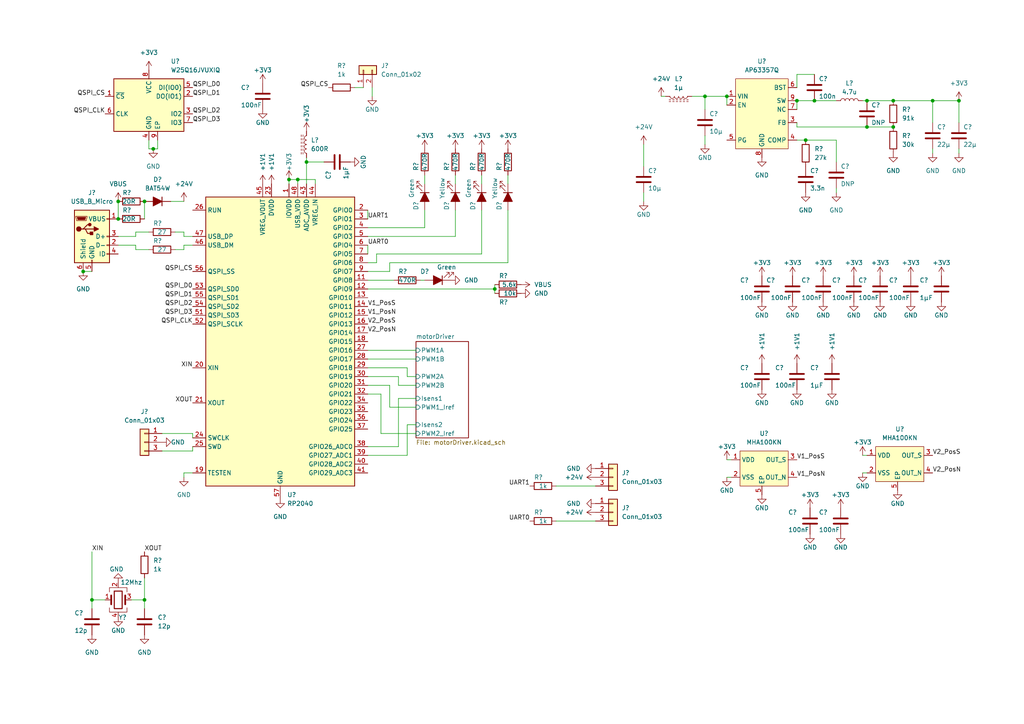
<source format=kicad_sch>
(kicad_sch (version 20211123) (generator eeschema)
  (paper "A4")
  (lib_symbols
    (symbol "Bergi:AP63357Q"
      (property "Reference" "U" (at -6.35 11.43 0))
      (property "Value" "AP63357Q" (at -2.54 8.89 0))
      (symbol "AP63357Q_0_1"
        (rectangle (start -7.62 7.62) (end 7.62 -12.7) (fill (type background)))
      )
      (symbol "AP63357Q_1_1"
        (pin unspecified line (at -10.16 2.54 0) (length 2.54) (name "VIN") (number "1"))
        (pin unspecified line (at -10.16 0 0) (length 2.54) (name "EN") (number "2"))
        (pin unspecified line (at 10.16 -5.08 180) (length 2.54) (name "FB") (number "3"))
        (pin unspecified line (at 10.16 -10.16 180) (length 2.54) (name "COMP") (number "4"))
        (pin unspecified line (at -10.16 -10.16 0) (length 2.54) (name "PG") (number "5"))
        (pin unspecified line (at 10.16 5.08 180) (length 2.54) (name "BST") (number "6"))
        (pin unspecified line (at 10.16 -1.27 180) (length 2.54) (name "NC") (number "7"))
        (pin unspecified line (at 0 -15.24 90) (length 2.54) (name "GND") (number "8"))
        (pin unspecified line (at 10.16 1.27 180) (length 2.54) (name "SW") (number "9"))
      )
    )
    (symbol "Bergi:MHA100KN"
      (property "Reference" "U" (at -5.08 6.35 0))
      (property "Value" "MHA100KN" (at 10.16 -6.35 0))
      (symbol "MHA100KN_0_1"
        (rectangle (start -6.35 5.08) (end 7.62 -5.08) (fill (type background)))
      )
      (symbol "MHA100KN_1_1"
        (pin unspecified line (at -8.89 2.54 0) (length 2.54) (name "VDD") (number "1"))
        (pin unspecified line (at -8.89 -2.54 0) (length 2.54) (name "VSS") (number "2"))
        (pin unspecified line (at 10.16 2.54 180) (length 2.54) (name "OUT_S") (number "3"))
        (pin unspecified line (at 10.16 -2.54 180) (length 2.54) (name "OUT_N") (number "4"))
        (pin unspecified line (at 0 -7.62 90) (length 2.54) (name "EP") (number "5"))
      )
    )
    (symbol "Bergi:W25Q16JVUXIQ"
      (property "Reference" "U" (at -8.89 8.89 0))
      (property "Value" "W25Q16JVUXIQ" (at 7.62 8.89 0))
      (symbol "W25Q16JVUXIQ_0_1"
        (rectangle (start -10.16 7.62) (end 10.16 -7.62) (stroke (width 0.254)) (fill (type background)))
      )
      (symbol "W25Q16JVUXIQ_1_1"
        (pin input line (at -12.7 2.54 0) (length 2.54) (name "~{CS}") (number "1"))
        (pin bidirectional line (at 12.7 2.54 180) (length 2.54) (name "DO(IO1)") (number "2"))
        (pin bidirectional line (at 12.7 -2.54 180) (length 2.54) (name "IO2") (number "3"))
        (pin power_in line (at 0 -10.16 90) (length 2.54) (name "GND") (number "4"))
        (pin bidirectional line (at 12.7 5.08 180) (length 2.54) (name "DI(IO0)") (number "5"))
        (pin input line (at -12.7 -2.54 0) (length 2.54) (name "CLK") (number "6"))
        (pin bidirectional line (at 12.7 -5.08 180) (length 2.54) (name "IO3") (number "7"))
        (pin power_in line (at 0 10.16 270) (length 2.54) (name "VCC") (number "8"))
        (pin passive line (at 2.54 -10.16 90) (length 2.54) (name "EP") (number "9"))
      )
    )
    (symbol "Connector:USB_B_Micro" (pin_names (offset 1.016))
      (property "Reference" "J" (at -5.08 11.43 0))
      (property "Value" "USB_B_Micro" (at -5.08 8.89 0))
      (symbol "USB_B_Micro_0_1"
        (rectangle (start -5.08 -7.62) (end 5.08 7.62) (stroke (width 0.254)) (fill (type background)))
        (circle (center -3.81 2.159) (radius 0.635) (stroke (width 0.254)) (fill (type outline)))
        (circle (center -0.635 3.429) (radius 0.381) (stroke (width 0.254)) (fill (type outline)))
        (rectangle (start -0.127 -7.62) (end 0.127 -6.858))
        (polyline (pts (xy -1.905 2.159) (xy 0.635 2.159)) (stroke (width 0.254)))
        (polyline (pts (xy -3.175 2.159) (xy -2.54 2.159) (xy -1.27 3.429) (xy -0.635 3.429)) (stroke (width 0.254)))
        (polyline (pts (xy -2.54 2.159) (xy -1.905 2.159) (xy -1.27 0.889) (xy 0 0.889)) (stroke (width 0.254)))
        (polyline (pts (xy 0.635 2.794) (xy 0.635 1.524) (xy 1.905 2.159) (xy 0.635 2.794)) (stroke (width 0.254)) (fill (type outline)))
        (polyline (pts (xy -4.318 5.588) (xy -1.778 5.588) (xy -2.032 4.826) (xy -4.064 4.826) (xy -4.318 5.588)) (fill (type outline)))
        (polyline (pts (xy -4.699 5.842) (xy -4.699 5.588) (xy -4.445 4.826) (xy -4.445 4.572) (xy -1.651 4.572) (xy -1.651 4.826) (xy -1.397 5.588) (xy -1.397 5.842) (xy -4.699 5.842)))
        (rectangle (start 0.254 1.27) (end -0.508 0.508) (stroke (width 0.254)) (fill (type outline)))
        (rectangle (start 5.08 -5.207) (end 4.318 -4.953))
        (rectangle (start 5.08 -2.667) (end 4.318 -2.413))
        (rectangle (start 5.08 -0.127) (end 4.318 0.127))
        (rectangle (start 5.08 4.953) (end 4.318 5.207))
      )
      (symbol "USB_B_Micro_1_1"
        (pin power_out line (at 7.62 5.08 180) (length 2.54) (name "VBUS") (number "1"))
        (pin bidirectional line (at 7.62 -2.54 180) (length 2.54) (name "D-") (number "2"))
        (pin bidirectional line (at 7.62 0 180) (length 2.54) (name "D+") (number "3"))
        (pin passive line (at 7.62 -5.08 180) (length 2.54) (name "ID") (number "4"))
        (pin power_out line (at 0 -10.16 90) (length 2.54) (name "GND") (number "5"))
        (pin passive line (at -2.54 -10.16 90) (length 2.54) (name "Shield") (number "6"))
      )
    )
    (symbol "Connector_Generic:Conn_01x02" (pin_names (offset 1.016) hide)
      (property "Reference" "J" (at 0 2.54 0))
      (property "Value" "Conn_01x02" (at 0 -5.08 0))
      (symbol "Conn_01x02_1_1"
        (rectangle (start -1.27 -2.413) (end 0 -2.667) (stroke (width 0.1524)))
        (rectangle (start -1.27 0.127) (end 0 -0.127) (stroke (width 0.1524)))
        (rectangle (start -1.27 1.27) (end 1.27 -3.81) (stroke (width 0.254)) (fill (type background)))
        (pin passive line (at -5.08 0 0) (length 3.81) (name "Pin_1") (number "1"))
        (pin passive line (at -5.08 -2.54 0) (length 3.81) (name "Pin_2") (number "2"))
      )
    )
    (symbol "Connector_Generic:Conn_01x03" (pin_names (offset 1.016) hide)
      (property "Reference" "J" (at 0 5.08 0))
      (property "Value" "Conn_01x03" (at 0 -5.08 0))
      (symbol "Conn_01x03_1_1"
        (rectangle (start -1.27 -2.413) (end 0 -2.667) (stroke (width 0.1524)))
        (rectangle (start -1.27 0.127) (end 0 -0.127) (stroke (width 0.1524)))
        (rectangle (start -1.27 2.667) (end 0 2.413) (stroke (width 0.1524)))
        (rectangle (start -1.27 3.81) (end 1.27 -3.81) (stroke (width 0.254)) (fill (type background)))
        (pin passive line (at -5.08 2.54 0) (length 3.81) (name "Pin_1") (number "1"))
        (pin passive line (at -5.08 0 0) (length 3.81) (name "Pin_2") (number "2"))
        (pin passive line (at -5.08 -2.54 0) (length 3.81) (name "Pin_3") (number "3"))
      )
    )
    (symbol "Device:C" (pin_numbers hide) (pin_names (offset 0.254))
      (property "Reference" "C" (at 0.635 2.54 0))
      (property "Value" "C" (at 0.635 -2.54 0))
      (symbol "C_0_1"
        (polyline (pts (xy -2.032 -0.762) (xy 2.032 -0.762)) (stroke (width 0.508)))
        (polyline (pts (xy -2.032 0.762) (xy 2.032 0.762)) (stroke (width 0.508)))
      )
      (symbol "C_1_1"
        (pin passive line (at 0 3.81 270) (length 2.794) (name "~") (number "1"))
        (pin passive line (at 0 -3.81 90) (length 2.794) (name "~") (number "2"))
      )
    )
    (symbol "Device:Crystal_GND24" (pin_names (offset 1.016) hide)
      (property "Reference" "Y" (at 3.175 5.08 0))
      (property "Value" "Crystal_GND24" (at 3.175 3.175 0))
      (symbol "Crystal_GND24_0_1"
        (rectangle (start -1.143 2.54) (end 1.143 -2.54) (stroke (width 0.3048)))
        (polyline (pts (xy -2.54 0) (xy -2.032 0)))
        (polyline (pts (xy -2.032 -1.27) (xy -2.032 1.27)) (stroke (width 0.508)))
        (polyline (pts (xy 0 -3.81) (xy 0 -3.556)))
        (polyline (pts (xy 0 3.556) (xy 0 3.81)))
        (polyline (pts (xy 2.032 -1.27) (xy 2.032 1.27)) (stroke (width 0.508)))
        (polyline (pts (xy 2.032 0) (xy 2.54 0)))
        (polyline (pts (xy -2.54 -2.286) (xy -2.54 -3.556) (xy 2.54 -3.556) (xy 2.54 -2.286)))
        (polyline (pts (xy -2.54 2.286) (xy -2.54 3.556) (xy 2.54 3.556) (xy 2.54 2.286)))
      )
      (symbol "Crystal_GND24_1_1"
        (pin passive line (at -3.81 0 0) (length 1.27) (name "1") (number "1"))
        (pin passive line (at 0 5.08 270) (length 1.27) (name "2") (number "2"))
        (pin passive line (at 3.81 0 180) (length 1.27) (name "3") (number "3"))
        (pin passive line (at 0 -5.08 90) (length 1.27) (name "4") (number "4"))
      )
    )
    (symbol "Device:D_Filled" (pin_numbers hide) (pin_names (offset 1.016) hide)
      (property "Reference" "D" (at 0 2.54 0))
      (property "Value" "D_Filled" (at 0 -2.54 0))
      (symbol "D_Filled_0_1"
        (polyline (pts (xy -1.27 1.27) (xy -1.27 -1.27)) (stroke (width 0.254)))
        (polyline (pts (xy 1.27 0) (xy -1.27 0)))
        (polyline (pts (xy 1.27 1.27) (xy 1.27 -1.27) (xy -1.27 0) (xy 1.27 1.27)) (stroke (width 0.254)) (fill (type outline)))
      )
      (symbol "D_Filled_1_1"
        (pin passive line (at -3.81 0 0) (length 2.54) (name "K") (number "1"))
        (pin passive line (at 3.81 0 180) (length 2.54) (name "A") (number "2"))
      )
    )
    (symbol "Device:L" (pin_numbers hide) (pin_names (offset 1.016) hide)
      (property "Reference" "L" (at -1.27 0 90))
      (property "Value" "L" (at 1.905 0 90))
      (symbol "L_0_1"
        (arc (start 0 -2.54) (mid 0.635 -1.905) (end 0 -1.27))
        (arc (start 0 -1.27) (mid 0.635 -0.635) (end 0 0))
        (arc (start 0 0) (mid 0.635 0.635) (end 0 1.27))
        (arc (start 0 1.27) (mid 0.635 1.905) (end 0 2.54))
      )
      (symbol "L_1_1"
        (pin passive line (at 0 3.81 270) (length 1.27) (name "1") (number "1"))
        (pin passive line (at 0 -3.81 90) (length 1.27) (name "2") (number "2"))
      )
    )
    (symbol "Device:LED_Filled" (pin_numbers hide) (pin_names (offset 1.016) hide)
      (property "Reference" "D" (at 0 2.54 0))
      (property "Value" "LED_Filled" (at 0 -2.54 0))
      (symbol "LED_Filled_0_1"
        (polyline (pts (xy -1.27 -1.27) (xy -1.27 1.27)) (stroke (width 0.254)))
        (polyline (pts (xy -1.27 0) (xy 1.27 0)))
        (polyline (pts (xy 1.27 -1.27) (xy 1.27 1.27) (xy -1.27 0) (xy 1.27 -1.27)) (stroke (width 0.254)) (fill (type outline)))
        (polyline (pts (xy -3.048 -0.762) (xy -4.572 -2.286) (xy -3.81 -2.286) (xy -4.572 -2.286) (xy -4.572 -1.524)))
        (polyline (pts (xy -1.778 -0.762) (xy -3.302 -2.286) (xy -2.54 -2.286) (xy -3.302 -2.286) (xy -3.302 -1.524)))
      )
      (symbol "LED_Filled_1_1"
        (pin passive line (at -3.81 0 0) (length 2.54) (name "K") (number "1"))
        (pin passive line (at 3.81 0 180) (length 2.54) (name "A") (number "2"))
      )
    )
    (symbol "Device:L_Ferrite" (pin_numbers hide) (pin_names (offset 1.016) hide)
      (property "Reference" "L" (at -1.27 0 90))
      (property "Value" "L_Ferrite" (at 2.794 0 90))
      (symbol "L_Ferrite_0_1"
        (arc (start 0 -2.54) (mid 0.635 -1.905) (end 0 -1.27))
        (arc (start 0 -1.27) (mid 0.635 -0.635) (end 0 0))
        (polyline (pts (xy 1.016 -2.794) (xy 1.016 -2.286)))
        (polyline (pts (xy 1.016 -1.778) (xy 1.016 -1.27)))
        (polyline (pts (xy 1.016 -0.762) (xy 1.016 -0.254)))
        (polyline (pts (xy 1.016 0.254) (xy 1.016 0.762)))
        (polyline (pts (xy 1.016 1.27) (xy 1.016 1.778)))
        (polyline (pts (xy 1.016 2.286) (xy 1.016 2.794)))
        (polyline (pts (xy 1.524 -2.286) (xy 1.524 -2.794)))
        (polyline (pts (xy 1.524 -1.27) (xy 1.524 -1.778)))
        (polyline (pts (xy 1.524 -0.254) (xy 1.524 -0.762)))
        (polyline (pts (xy 1.524 0.762) (xy 1.524 0.254)))
        (polyline (pts (xy 1.524 1.778) (xy 1.524 1.27)))
        (polyline (pts (xy 1.524 2.794) (xy 1.524 2.286)))
        (arc (start 0 0) (mid 0.635 0.635) (end 0 1.27))
        (arc (start 0 1.27) (mid 0.635 1.905) (end 0 2.54))
      )
      (symbol "L_Ferrite_1_1"
        (pin passive line (at 0 3.81 270) (length 1.27) (name "1") (number "1"))
        (pin passive line (at 0 -3.81 90) (length 1.27) (name "2") (number "2"))
      )
    )
    (symbol "Device:R" (pin_numbers hide) (pin_names (offset 0))
      (property "Reference" "R" (at 2.032 0 90))
      (property "Value" "R" (at 0 0 90))
      (symbol "R_0_1"
        (rectangle (start -1.016 -2.54) (end 1.016 2.54) (stroke (width 0.254)))
      )
      (symbol "R_1_1"
        (pin passive line (at 0 3.81 270) (length 1.27) (name "~") (number "1"))
        (pin passive line (at 0 -3.81 90) (length 1.27) (name "~") (number "2"))
      )
    )
    (symbol "MCU_RaspberryPi:RP2040"
      (property "Reference" "U" (at 17.78 45.72 0))
      (property "Value" "RP2040" (at 17.78 43.18 0))
      (symbol "RP2040_0_1"
        (rectangle (start -21.59 41.91) (end 21.59 -41.91) (stroke (width 0.254)) (fill (type background)))
      )
      (symbol "RP2040_1_1"
        (pin power_in line (at 2.54 45.72 270) (length 3.81) (name "IOVDD") (number "1"))
        (pin passive line (at 2.54 45.72 270) (length 3.81) hide (name "IOVDD") (number "10"))
        (pin bidirectional line (at 25.4 17.78 180) (length 3.81) (name "GPIO8") (number "11"))
        (pin bidirectional line (at 25.4 15.24 180) (length 3.81) (name "GPIO9") (number "12"))
        (pin bidirectional line (at 25.4 12.7 180) (length 3.81) (name "GPIO10") (number "13"))
        (pin bidirectional line (at 25.4 10.16 180) (length 3.81) (name "GPIO11") (number "14"))
        (pin bidirectional line (at 25.4 7.62 180) (length 3.81) (name "GPIO12") (number "15"))
        (pin bidirectional line (at 25.4 5.08 180) (length 3.81) (name "GPIO13") (number "16"))
        (pin bidirectional line (at 25.4 2.54 180) (length 3.81) (name "GPIO14") (number "17"))
        (pin bidirectional line (at 25.4 0 180) (length 3.81) (name "GPIO15") (number "18"))
        (pin input line (at -25.4 -38.1 0) (length 3.81) (name "TESTEN") (number "19"))
        (pin bidirectional line (at 25.4 38.1 180) (length 3.81) (name "GPIO0") (number "2"))
        (pin input line (at -25.4 -7.62 0) (length 3.81) (name "XIN") (number "20"))
        (pin passive line (at -25.4 -17.78 0) (length 3.81) (name "XOUT") (number "21"))
        (pin passive line (at 2.54 45.72 270) (length 3.81) hide (name "IOVDD") (number "22"))
        (pin power_in line (at -2.54 45.72 270) (length 3.81) (name "DVDD") (number "23"))
        (pin output line (at -25.4 -27.94 0) (length 3.81) (name "SWCLK") (number "24"))
        (pin bidirectional line (at -25.4 -30.48 0) (length 3.81) (name "SWD") (number "25"))
        (pin input line (at -25.4 38.1 0) (length 3.81) (name "RUN") (number "26"))
        (pin bidirectional line (at 25.4 -2.54 180) (length 3.81) (name "GPIO16") (number "27"))
        (pin bidirectional line (at 25.4 -5.08 180) (length 3.81) (name "GPIO17") (number "28"))
        (pin bidirectional line (at 25.4 -7.62 180) (length 3.81) (name "GPIO18") (number "29"))
        (pin bidirectional line (at 25.4 35.56 180) (length 3.81) (name "GPIO1") (number "3"))
        (pin bidirectional line (at 25.4 -10.16 180) (length 3.81) (name "GPIO19") (number "30"))
        (pin bidirectional line (at 25.4 -12.7 180) (length 3.81) (name "GPIO20") (number "31"))
        (pin bidirectional line (at 25.4 -15.24 180) (length 3.81) (name "GPIO21") (number "32"))
        (pin passive line (at 2.54 45.72 270) (length 3.81) hide (name "IOVDD") (number "33"))
        (pin bidirectional line (at 25.4 -17.78 180) (length 3.81) (name "GPIO22") (number "34"))
        (pin bidirectional line (at 25.4 -20.32 180) (length 3.81) (name "GPIO23") (number "35"))
        (pin bidirectional line (at 25.4 -22.86 180) (length 3.81) (name "GPIO24") (number "36"))
        (pin bidirectional line (at 25.4 -25.4 180) (length 3.81) (name "GPIO25") (number "37"))
        (pin bidirectional line (at 25.4 -30.48 180) (length 3.81) (name "GPIO26_ADC0") (number "38"))
        (pin bidirectional line (at 25.4 -33.02 180) (length 3.81) (name "GPIO27_ADC1") (number "39"))
        (pin bidirectional line (at 25.4 33.02 180) (length 3.81) (name "GPIO2") (number "4"))
        (pin bidirectional line (at 25.4 -35.56 180) (length 3.81) (name "GPIO28_ADC2") (number "40"))
        (pin bidirectional line (at 25.4 -38.1 180) (length 3.81) (name "GPIO29_ADC3") (number "41"))
        (pin passive line (at 2.54 45.72 270) (length 3.81) hide (name "IOVDD") (number "42"))
        (pin power_in line (at 7.62 45.72 270) (length 3.81) (name "ADC_AVDD") (number "43"))
        (pin power_in line (at 10.16 45.72 270) (length 3.81) (name "VREG_IN") (number "44"))
        (pin power_out line (at -5.08 45.72 270) (length 3.81) (name "VREG_VOUT") (number "45"))
        (pin bidirectional line (at -25.4 27.94 0) (length 3.81) (name "USB_DM") (number "46"))
        (pin bidirectional line (at -25.4 30.48 0) (length 3.81) (name "USB_DP") (number "47"))
        (pin power_in line (at 5.08 45.72 270) (length 3.81) (name "USB_VDD") (number "48"))
        (pin passive line (at 2.54 45.72 270) (length 3.81) hide (name "IOVDD") (number "49"))
        (pin bidirectional line (at 25.4 30.48 180) (length 3.81) (name "GPIO3") (number "5"))
        (pin passive line (at -2.54 45.72 270) (length 3.81) hide (name "DVDD") (number "50"))
        (pin bidirectional line (at -25.4 7.62 0) (length 3.81) (name "QSPI_SD3") (number "51"))
        (pin output line (at -25.4 5.08 0) (length 3.81) (name "QSPI_SCLK") (number "52"))
        (pin bidirectional line (at -25.4 15.24 0) (length 3.81) (name "QSPI_SD0") (number "53"))
        (pin bidirectional line (at -25.4 10.16 0) (length 3.81) (name "QSPI_SD2") (number "54"))
        (pin bidirectional line (at -25.4 12.7 0) (length 3.81) (name "QSPI_SD1") (number "55"))
        (pin bidirectional line (at -25.4 20.32 0) (length 3.81) (name "QSPI_SS") (number "56"))
        (pin power_in line (at 0 -45.72 90) (length 3.81) (name "GND") (number "57"))
        (pin bidirectional line (at 25.4 27.94 180) (length 3.81) (name "GPIO4") (number "6"))
        (pin bidirectional line (at 25.4 25.4 180) (length 3.81) (name "GPIO5") (number "7"))
        (pin bidirectional line (at 25.4 22.86 180) (length 3.81) (name "GPIO6") (number "8"))
        (pin bidirectional line (at 25.4 20.32 180) (length 3.81) (name "GPIO7") (number "9"))
      )
    )
    (symbol "power:+1V1" (power) (pin_names (offset 0))
      (property "Value" "+1V1" (at 0 3.556 0))
      (symbol "+1V1_0_1"
        (polyline (pts (xy -0.762 1.27) (xy 0 2.54)))
        (polyline (pts (xy 0 0) (xy 0 2.54)))
        (polyline (pts (xy 0 2.54) (xy 0.762 1.27)))
      )
      (symbol "+1V1_1_1"
        (pin power_in line (at 0 0 90) (length 0) hide (name "+1V1") (number "1"))
      )
    )
    (symbol "power:+24V" (power) (pin_names (offset 0))
      (property "Value" "+24V" (at 0 3.556 0))
      (symbol "+24V_0_1"
        (polyline (pts (xy -0.762 1.27) (xy 0 2.54)))
        (polyline (pts (xy 0 0) (xy 0 2.54)))
        (polyline (pts (xy 0 2.54) (xy 0.762 1.27)))
      )
      (symbol "+24V_1_1"
        (pin power_in line (at 0 0 90) (length 0) hide (name "+24V") (number "1"))
      )
    )
    (symbol "power:+3V3" (power) (pin_names (offset 0))
      (property "Value" "+3V3" (at 0 3.556 0))
      (symbol "+3V3_0_1"
        (polyline (pts (xy -0.762 1.27) (xy 0 2.54)))
        (polyline (pts (xy 0 0) (xy 0 2.54)))
        (polyline (pts (xy 0 2.54) (xy 0.762 1.27)))
      )
      (symbol "+3V3_1_1"
        (pin power_in line (at 0 0 90) (length 0) hide (name "+3V3") (number "1"))
      )
    )
    (symbol "power:GND" (power) (pin_names (offset 0))
      (property "Value" "GND" (at 0 -3.81 0))
      (symbol "GND_0_1"
        (polyline (pts (xy 0 0) (xy 0 -1.27) (xy 1.27 -1.27) (xy 0 -2.54) (xy -1.27 -1.27) (xy 0 -1.27)))
      )
      (symbol "GND_1_1"
        (pin power_in line (at 0 0 270) (length 0) hide (name "GND") (number "1"))
      )
    )
    (symbol "power:VBUS" (power) (pin_names (offset 0))
      (property "Value" "VBUS" (at 0 3.81 0))
      (symbol "VBUS_0_1"
        (polyline (pts (xy -0.762 1.27) (xy 0 2.54)))
        (polyline (pts (xy 0 0) (xy 0 2.54)))
        (polyline (pts (xy 0 2.54) (xy 0.762 1.27)))
      )
      (symbol "VBUS_1_1"
        (pin power_in line (at 0 0 90) (length 0) hide (name "VBUS") (number "1"))
      )
    )
  )
  (junction (at 24.13 78.74))
  (junction (at 204.47 27.94))
  (junction (at 88.9 46.99))
  (junction (at 210.82 27.94))
  (junction (at 41.91 58.42))
  (junction (at 236.22 29.21))
  (junction (at 26.67 173.99))
  (junction (at 41.91 173.99))
  (junction (at 34.29 63.5))
  (junction (at 86.36 52.07))
  (junction (at 233.68 40.64))
  (junction (at 259.08 36.83))
  (junction (at 34.29 58.42))
  (junction (at 231.14 29.21))
  (junction (at 251.46 29.21))
  (junction (at 143.51 83.82))
  (junction (at 278.13 29.21))
  (junction (at 259.08 29.21))
  (junction (at 83.82 52.07))
  (junction (at 44.45 43.18))
  (junction (at 270.51 29.21))
  (junction (at 251.46 36.83))
  (wire (pts (xy 88.9 46.99) (xy 93.98 46.99)))
  (wire (pts (xy 115.57 111.76) (xy 115.57 109.22)))
  (wire (pts (xy 118.11 132.08) (xy 118.11 123.19)))
  (wire (pts (xy 88.9 45.72) (xy 88.9 46.99)))
  (wire (pts (xy 278.13 44.45) (xy 278.13 43.18)))
  (wire (pts (xy 123.19 50.8) (xy 123.19 53.34)))
  (wire (pts (xy 120.65 118.11) (xy 113.03 118.11)))
  (wire (pts (xy 46.99 130.81) (xy 55.88 130.81)))
  (wire (pts (xy 86.36 52.07) (xy 91.44 52.07)))
  (wire (pts (xy 231.14 36.83) (xy 251.46 36.83)))
  (wire (pts (xy 118.11 132.08) (xy 106.68 132.08)))
  (wire (pts (xy 53.34 137.16) (xy 55.88 137.16)))
  (wire (pts (xy 41.91 58.42) (xy 41.91 63.5)))
  (wire (pts (xy 143.51 83.82) (xy 143.51 85.09)))
  (wire (pts (xy 204.47 27.94) (xy 210.82 27.94)))
  (wire (pts (xy 132.08 68.58) (xy 106.68 68.58)))
  (wire (pts (xy 161.29 140.97) (xy 172.72 140.97)))
  (wire (pts (xy 106.68 71.12) (xy 106.68 73.66)))
  (wire (pts (xy 250.19 132.08) (xy 251.46 132.08)))
  (wire (pts (xy 55.88 125.73) (xy 46.99 125.73)))
  (wire (pts (xy 204.47 41.91) (xy 204.47 39.37)))
  (wire (pts (xy 106.68 78.74) (xy 113.03 78.74)))
  (wire (pts (xy 106.68 129.54) (xy 115.57 129.54)))
  (wire (pts (xy 115.57 109.22) (xy 106.68 109.22)))
  (wire (pts (xy 110.49 125.73) (xy 110.49 114.3)))
  (wire (pts (xy 132.08 60.96) (xy 132.08 68.58)))
  (wire (pts (xy 113.03 78.74) (xy 113.03 76.2)))
  (wire (pts (xy 43.18 67.31) (xy 39.37 67.31)))
  (wire (pts (xy 161.29 151.13) (xy 172.72 151.13)))
  (wire (pts (xy 53.34 67.31) (xy 50.8 67.31)))
  (wire (pts (xy 34.29 71.12) (xy 39.37 71.12)))
  (wire (pts (xy 242.57 55.88) (xy 242.57 54.61)))
  (wire (pts (xy 250.19 137.16) (xy 251.46 137.16)))
  (wire (pts (xy 123.19 60.96) (xy 123.19 66.04)))
  (wire (pts (xy 44.45 43.18) (xy 45.72 43.18)))
  (wire (pts (xy 270.51 29.21) (xy 270.51 35.56)))
  (wire (pts (xy 55.88 127) (xy 55.88 125.73)))
  (wire (pts (xy 250.19 29.21) (xy 251.46 29.21)))
  (wire (pts (xy 39.37 68.58) (xy 34.29 68.58)))
  (wire (pts (xy 38.1 173.99) (xy 41.91 173.99)))
  (wire (pts (xy 251.46 36.83) (xy 259.08 36.83)))
  (wire (pts (xy 106.68 101.6) (xy 120.65 101.6)))
  (wire (pts (xy 233.68 40.64) (xy 231.14 40.64)))
  (wire (pts (xy 53.34 68.58) (xy 53.34 67.31)))
  (wire (pts (xy 270.51 44.45) (xy 270.51 43.18)))
  (wire (pts (xy 113.03 111.76) (xy 106.68 111.76)))
  (wire (pts (xy 120.65 109.22) (xy 118.11 109.22)))
  (wire (pts (xy 26.67 176.53) (xy 26.67 173.99)))
  (wire (pts (xy 106.68 83.82) (xy 143.51 83.82)))
  (wire (pts (xy 231.14 21.59) (xy 236.22 21.59)))
  (wire (pts (xy 118.11 123.19) (xy 120.65 123.19)))
  (wire (pts (xy 50.8 72.39) (xy 53.34 72.39)))
  (wire (pts (xy 106.68 60.96) (xy 106.68 63.5)))
  (wire (pts (xy 43.18 40.64) (xy 43.18 43.18)))
  (wire (pts (xy 210.82 133.35) (xy 212.09 133.35)))
  (wire (pts (xy 123.19 66.04) (xy 106.68 66.04)))
  (wire (pts (xy 107.95 25.4) (xy 107.95 27.94)))
  (wire (pts (xy 200.66 27.94) (xy 204.47 27.94)))
  (wire (pts (xy 278.13 29.21) (xy 270.51 29.21)))
  (wire (pts (xy 139.7 73.66) (xy 109.22 73.66)))
  (wire (pts (xy 109.22 76.2) (xy 106.68 76.2)))
  (wire (pts (xy 26.67 160.02) (xy 26.67 173.99)))
  (wire (pts (xy 231.14 29.21) (xy 236.22 29.21)))
  (wire (pts (xy 143.51 82.55) (xy 143.51 83.82)))
  (wire (pts (xy 55.88 68.58) (xy 53.34 68.58)))
  (wire (pts (xy 39.37 67.31) (xy 39.37 68.58)))
  (wire (pts (xy 91.44 52.07) (xy 91.44 53.34)))
  (wire (pts (xy 49.53 58.42) (xy 53.34 58.42)))
  (wire (pts (xy 132.08 50.8) (xy 132.08 53.34)))
  (wire (pts (xy 43.18 43.18) (xy 44.45 43.18)))
  (wire (pts (xy 115.57 129.54) (xy 115.57 115.57)))
  (wire (pts (xy 204.47 31.75) (xy 204.47 27.94)))
  (wire (pts (xy 41.91 167.64) (xy 41.91 173.99)))
  (wire (pts (xy 115.57 115.57) (xy 120.65 115.57)))
  (wire (pts (xy 106.68 104.14) (xy 120.65 104.14)))
  (wire (pts (xy 139.7 60.96) (xy 139.7 73.66)))
  (wire (pts (xy 118.11 109.22) (xy 118.11 106.68)))
  (wire (pts (xy 120.65 125.73) (xy 110.49 125.73)))
  (wire (pts (xy 186.69 58.42) (xy 186.69 55.88)))
  (wire (pts (xy 55.88 130.81) (xy 55.88 129.54)))
  (wire (pts (xy 45.72 43.18) (xy 45.72 40.64)))
  (wire (pts (xy 120.65 111.76) (xy 115.57 111.76)))
  (wire (pts (xy 118.11 106.68) (xy 106.68 106.68)))
  (wire (pts (xy 113.03 118.11) (xy 113.03 111.76)))
  (wire (pts (xy 113.03 76.2) (xy 147.32 76.2)))
  (wire (pts (xy 231.14 25.4) (xy 231.14 21.59)))
  (wire (pts (xy 186.69 41.91) (xy 186.69 48.26)))
  (wire (pts (xy 39.37 72.39) (xy 43.18 72.39)))
  (wire (pts (xy 242.57 46.99) (xy 242.57 40.64)))
  (wire (pts (xy 139.7 50.8) (xy 139.7 53.34)))
  (wire (pts (xy 231.14 35.56) (xy 231.14 36.83)))
  (wire (pts (xy 86.36 52.07) (xy 86.36 53.34)))
  (wire (pts (xy 83.82 52.07) (xy 86.36 52.07)))
  (wire (pts (xy 102.87 25.4) (xy 105.41 25.4)))
  (wire (pts (xy 41.91 173.99) (xy 41.91 176.53)))
  (wire (pts (xy 278.13 35.56) (xy 278.13 29.21)))
  (wire (pts (xy 53.34 72.39) (xy 53.34 71.12)))
  (wire (pts (xy 147.32 76.2) (xy 147.32 60.96)))
  (wire (pts (xy 83.82 52.07) (xy 83.82 53.34)))
  (wire (pts (xy 39.37 71.12) (xy 39.37 72.39)))
  (wire (pts (xy 106.68 81.28) (xy 114.3 81.28)))
  (wire (pts (xy 210.82 27.94) (xy 210.82 30.48)))
  (wire (pts (xy 121.92 81.28) (xy 123.19 81.28)))
  (wire (pts (xy 53.34 138.43) (xy 53.34 137.16)))
  (wire (pts (xy 26.67 173.99) (xy 30.48 173.99)))
  (wire (pts (xy 24.13 78.74) (xy 26.67 78.74)))
  (wire (pts (xy 109.22 73.66) (xy 109.22 76.2)))
  (wire (pts (xy 191.77 27.94) (xy 193.04 27.94)))
  (wire (pts (xy 34.29 63.5) (xy 34.29 58.42)))
  (wire (pts (xy 231.14 31.75) (xy 231.14 29.21)))
  (wire (pts (xy 147.32 50.8) (xy 147.32 53.34)))
  (wire (pts (xy 251.46 29.21) (xy 259.08 29.21)))
  (wire (pts (xy 210.82 138.43) (xy 212.09 138.43)))
  (wire (pts (xy 236.22 29.21) (xy 242.57 29.21)))
  (wire (pts (xy 242.57 40.64) (xy 233.68 40.64)))
  (wire (pts (xy 106.68 114.3) (xy 110.49 114.3)))
  (wire (pts (xy 53.34 71.12) (xy 55.88 71.12)))
  (wire (pts (xy 88.9 46.99) (xy 88.9 53.34)))
  (wire (pts (xy 259.08 29.21) (xy 270.51 29.21)))
  (label "V2_PosN" (at 270.51 137.16 0))
  (label "V1_PosS" (at 231.14 133.35 0))
  (label "QSPI_D1" (at 55.88 27.94 0))
  (label "UART1" (at 153.67 140.97 180))
  (label "QSPI_D0" (at 55.88 25.4 0))
  (label "QSPI_D3" (at 55.88 91.44 180))
  (label "QSPI_D0" (at 55.88 83.82 180))
  (label "QSPI_CS" (at 55.88 78.74 180))
  (label "QSPI_CLK" (at 55.88 93.98 180))
  (label "V2_PosS" (at 270.51 132.08 0))
  (label "V1_PosS" (at 106.68 88.9 0))
  (label "XOUT" (at 41.91 160.02 0))
  (label "QSPI_D3" (at 55.88 35.56 0))
  (label "XIN" (at 26.67 160.02 0))
  (label "XIN" (at 55.88 106.68 180))
  (label "QSPI_CLK" (at 30.48 33.02 180))
  (label "QSPI_CS" (at 30.48 27.94 180))
  (label "QSPI_D1" (at 55.88 86.36 180))
  (label "UART0" (at 106.68 71.12 0))
  (label "QSPI_CS" (at 95.25 25.4 180))
  (label "V1_PosN" (at 106.68 91.44 0))
  (label "V2_PosS" (at 106.68 93.98 0))
  (label "V1_PosN" (at 231.14 138.43 0))
  (label "QSPI_D2" (at 55.88 33.02 0))
  (label "QSPI_D2" (at 55.88 88.9 180))
  (label "UART1" (at 106.68 63.5 0))
  (label "XOUT" (at 55.88 116.84 180))
  (label "V2_PosN" (at 106.68 96.52 0))
  (label "UART0" (at 153.67 151.13 180))
  (symbol (lib_id "Device:L_Ferrite") (at 88.9 41.91 180) (unit 1)
    (property "Reference" "L?" (at 90.17 40.6399 0) (effects (justify right)))
    (property "Value" "600R" (at 90.17 43.1799 0) (effects (justify right)))
  )
  (symbol (lib_id "Device:R") (at 139.7 46.99 180) (unit 1)
    (property "Reference" "R?" (at 137.16 48.26 90))
    (property "Value" "470R" (at 139.7 46.99 90))
    (property "Footprint" "Resistor_SMD:R_0603_1608Metric" (effects hide))
  )
  (symbol (lib_id "Device:C") (at 97.79 46.99 90) (unit 1)
    (property "Reference" "C?" (at 95.25 52.07 0) (effects (justify left)))
    (property "Value" "1µF" (at 100.33 52.07 0) (effects (justify left)))
    (property "Footprint" "Capacitor_SMD:C_0603_1608Metric" (effects hide))
  )
  (symbol (lib_id "power:GND") (at 264.16 87.63 0) (unit 1)
    (property "Reference" "#PWR?" (effects hide))
    (property "Value" "GND" (at 264.16 91.44 0))
  )
  (symbol (lib_id "power:GND") (at 210.82 138.43 0) (unit 1)
    (property "Reference" "#PWR?" (effects hide))
    (property "Value" "GND" (at 210.82 142.24 0))
  )
  (symbol (lib_id "Device:Crystal_GND24") (at 34.29 173.99 0) (unit 1)
    (property "Reference" "Y?" (at 35.56 179.07 0))
    (property "Value" "12Mhz" (at 38.1 168.91 0))
    (property "Footprint" "Crystal:Crystal_SMD_2520-4Pin_2.5x2.0mm" (effects hide))
    (property "HTN" "ECS-120-12-36-AGN-TR3" (effects hide))
  )
  (symbol (lib_id "Device:C") (at 242.57 50.8 180) (unit 1)
    (property "Reference" "C?" (at 243.84 48.26 0) (effects (justify right)))
    (property "Value" "DNP" (at 243.84 53.34 0) (effects (justify right)))
    (property "Footprint" "Capacitor_SMD:C_0603_1608Metric" (effects hide))
  )
  (symbol (lib_id "Bergi:W25Q16JVUXIQ") (at 43.18 30.48 0) (unit 1)
    (property "Reference" "U?" (at 49.53 17.78 0) (effects (justify left)))
    (property "Value" "W25Q16JVUXIQ" (at 49.53 20.32 0) (effects (justify left)))
    (property "Footprint" "Bergi:DFN-8-1EP_3x2mm_P0.5mm_EP0.3x1.6mm" (effects hide))
    (property "Datasheet" "http://www.winbond.com/resource-files/w25q32jv%20revg%2003272018%20plus.pdf" (effects hide))
  )
  (symbol (lib_id "Device:R") (at 46.99 72.39 90) (unit 1)
    (property "Reference" "R?" (at 45.72 69.85 90))
    (property "Value" "27" (at 46.99 72.39 90))
    (property "Footprint" "Resistor_SMD:R_0603_1608Metric" (effects hide))
  )
  (symbol (lib_id "Device:R") (at 157.48 140.97 270) (unit 1)
    (property "Reference" "R?" (at 157.48 138.43 90) (effects (justify right)))
    (property "Value" "1k" (at 158.75 140.97 90) (effects (justify right)))
    (property "Footprint" "Resistor_SMD:R_0603_1608Metric" (effects hide))
  )
  (symbol (lib_id "Connector_Generic:Conn_01x02") (at 105.41 20.32 90) (unit 1)
    (property "Reference" "J?" (at 110.49 19.0499 90) (effects (justify right)))
    (property "Value" "Conn_01x02" (at 110.49 21.5899 90) (effects (justify right)))
    (property "Footprint" "Connector_PinSocket_2.54mm:PinSocket_1x02_P2.54mm_Vertical" (effects hide))
  )
  (symbol (lib_id "Device:C") (at 76.2 27.94 0) (unit 1)
    (property "Reference" "C?" (at 69.85 25.4 0) (effects (justify left)))
    (property "Value" "100nF" (at 69.85 30.48 0) (effects (justify left)))
    (property "Footprint" "Capacitor_SMD:C_0603_1608Metric" (effects hide))
  )
  (symbol (lib_id "Device:LED_Filled") (at 132.08 57.15 270) (unit 1)
    (property "Reference" "D?" (at 129.54 59.69 0))
    (property "Value" "Yellow" (at 128.27 54.61 0))
    (property "Footprint" "LED_SMD:LED_0603_1608Metric" (effects hide))
  )
  (symbol (lib_id "Device:C") (at 229.87 83.82 0) (unit 1)
    (property "Reference" "C?" (at 222.25 81.28 0) (effects (justify left)))
    (property "Value" "100nF" (at 223.52 86.36 0) (effects (justify left)))
    (property "Footprint" "Capacitor_SMD:C_0603_1608Metric" (effects hide))
  )
  (symbol (lib_id "power:GND") (at 76.2 31.75 0) (unit 1)
    (property "Reference" "#PWR?" (effects hide))
    (property "Value" "GND" (at 76.2 35.56 0))
  )
  (symbol (lib_id "power:+24V") (at 191.77 27.94 0) (unit 1)
    (property "Reference" "#PWR?" (effects hide))
    (property "Value" "+24V" (at 191.77 22.86 0))
  )
  (symbol (lib_id "Device:C") (at 251.46 33.02 180) (unit 1)
    (property "Reference" "C?" (at 252.73 30.48 0) (effects (justify right)))
    (property "Value" "DNP" (at 252.73 35.56 0) (effects (justify right)))
    (property "Footprint" "Capacitor_SMD:C_0603_1608Metric" (effects hide))
  )
  (symbol (lib_id "Device:R") (at 41.91 163.83 0) (unit 1)
    (property "Reference" "R?" (at 44.45 162.5599 0) (effects (justify left)))
    (property "Value" "1k" (at 44.45 165.0999 0) (effects (justify left)))
    (property "Footprint" "Resistor_SMD:R_0603_1608Metric" (effects hide))
  )
  (symbol (lib_id "Device:C") (at 243.84 151.13 0) (unit 1)
    (property "Reference" "C?" (at 237.49 148.59 0) (effects (justify left)))
    (property "Value" "100nF" (at 237.49 153.67 0) (effects (justify left)))
    (property "Footprint" "Capacitor_SMD:C_0603_1608Metric" (effects hide))
  )
  (symbol (lib_id "Connector_Generic:Conn_01x03") (at 177.8 138.43 0) (unit 1)
    (property "Reference" "J?" (at 180.34 137.1599 0) (effects (justify left)))
    (property "Value" "Conn_01x03" (at 180.34 139.6999 0) (effects (justify left)))
    (property "Footprint" "Connector_Molex:Molex_KK-254_AE-6410-03A_1x03_P2.54mm_Vertical" (effects hide))
  )
  (symbol (lib_id "Device:R") (at 259.08 33.02 0) (unit 1)
    (property "Reference" "R?" (at 261.62 31.7499 0) (effects (justify left)))
    (property "Value" "91k" (at 261.62 34.2899 0) (effects (justify left)))
    (property "Footprint" "Resistor_SMD:R_0603_1608Metric" (effects hide))
  )
  (symbol (lib_id "Device:R") (at 123.19 46.99 180) (unit 1)
    (property "Reference" "R?" (at 120.65 48.26 90))
    (property "Value" "470R" (at 123.19 46.99 90))
    (property "Footprint" "Resistor_SMD:R_0603_1608Metric" (effects hide))
  )
  (symbol (lib_id "power:+1V1") (at 241.3 105.41 0) (unit 1)
    (property "Reference" "#PWR?" (effects hide))
    (property "Value" "+1V1" (at 241.3 99.06 90))
  )
  (symbol (lib_id "Device:R") (at 38.1 63.5 270) (unit 1)
    (property "Reference" "R?" (at 38.1 60.96 90) (effects (justify right)))
    (property "Value" "20R" (at 39.37 63.5 90) (effects (justify right)))
    (property "Footprint" "Resistor_SMD:R_0603_1608Metric" (effects hide))
  )
  (symbol (lib_id "Device:L_Ferrite") (at 196.85 27.94 270) (unit 1)
    (property "Reference" "L?" (at 196.85 22.86 90))
    (property "Value" "1µ" (at 196.85 25.4 90))
    (property "Footprint" "Inductor_SMD:L_0805_2012Metric" (effects hide))
  )
  (symbol (lib_id "Device:C") (at 264.16 83.82 0) (unit 1)
    (property "Reference" "C?" (at 257.81 81.28 0) (effects (justify left)))
    (property "Value" "100nF" (at 257.81 86.36 0) (effects (justify left)))
    (property "Footprint" "Capacitor_SMD:C_0603_1608Metric" (effects hide))
  )
  (symbol (lib_id "power:GND") (at 107.95 27.94 0) (unit 1)
    (property "Reference" "#PWR?" (effects hide))
    (property "Value" "GND" (at 107.95 31.75 0))
  )
  (symbol (lib_id "power:GND") (at 270.51 44.45 0) (unit 1)
    (property "Reference" "#PWR?" (effects hide))
    (property "Value" "GND" (at 270.51 49.53 0))
  )
  (symbol (lib_id "power:GND") (at 24.13 78.74 0) (unit 1)
    (property "Reference" "#PWR?" (effects hide))
    (property "Value" "GND" (at 24.13 83.82 0))
  )
  (symbol (lib_id "power:+24V") (at 53.34 58.42 0) (unit 1)
    (property "Reference" "#PWR?" (effects hide))
    (property "Value" "+24V" (at 53.34 53.34 0))
  )
  (symbol (lib_id "power:GND") (at 247.65 87.63 0) (unit 1)
    (property "Reference" "#PWR?" (effects hide))
    (property "Value" "GND" (at 247.65 91.44 0))
  )
  (symbol (lib_id "Device:R") (at 38.1 58.42 270) (unit 1)
    (property "Reference" "R?" (at 38.1 55.88 90) (effects (justify right)))
    (property "Value" "20R" (at 39.37 58.42 90) (effects (justify right)))
    (property "Footprint" "Resistor_SMD:R_0603_1608Metric" (effects hide))
  )
  (symbol (lib_id "power:+3V3") (at 123.19 43.18 0) (unit 1)
    (property "Reference" "#PWR?" (effects hide))
    (property "Value" "+3V3" (at 123.19 39.37 0))
  )
  (symbol (lib_id "power:GND") (at 233.68 55.88 0) (unit 1)
    (property "Reference" "#PWR?" (effects hide))
    (property "Value" "GND" (at 233.68 60.96 0))
  )
  (symbol (lib_id "Device:C") (at 233.68 52.07 180) (unit 1)
    (property "Reference" "C?" (at 234.95 49.53 0) (effects (justify right)))
    (property "Value" "3.3n" (at 234.95 54.61 0) (effects (justify right)))
    (property "Footprint" "Capacitor_SMD:C_0603_1608Metric" (effects hide))
  )
  (symbol (lib_id "Device:C") (at 204.47 35.56 180) (unit 1)
    (property "Reference" "C?" (at 205.74 33.02 0) (effects (justify right)))
    (property "Value" "10µ" (at 205.74 38.1 0) (effects (justify right)))
    (property "Footprint" "Capacitor_SMD:C_1210_3225Metric" (effects hide))
  )
  (symbol (lib_id "Device:C") (at 273.05 83.82 0) (unit 1)
    (property "Reference" "C?" (at 266.7 81.28 0) (effects (justify left)))
    (property "Value" "1µF" (at 266.7 86.36 0) (effects (justify left)))
    (property "Footprint" "Capacitor_SMD:C_0603_1608Metric" (effects hide))
  )
  (symbol (lib_id "power:GND") (at 220.98 45.72 0) (unit 1)
    (property "Reference" "#PWR?" (effects hide))
    (property "Value" "GND" (at 220.98 50.8 0))
  )
  (symbol (lib_id "Device:C") (at 234.95 151.13 0) (unit 1)
    (property "Reference" "C?" (at 228.6 148.59 0) (effects (justify left)))
    (property "Value" "100nF" (at 228.6 153.67 0) (effects (justify left)))
    (property "Footprint" "Capacitor_SMD:C_0603_1608Metric" (effects hide))
  )
  (symbol (lib_id "power:GND") (at 241.3 113.03 0) (unit 1)
    (property "Reference" "#PWR?" (effects hide))
    (property "Value" "GND" (at 241.3 116.84 0))
  )
  (symbol (lib_id "power:+3V3") (at 88.9 38.1 0) (unit 1)
    (property "Reference" "#PWR?" (effects hide))
    (property "Value" "+3V3" (at 88.9 33.02 90))
  )
  (symbol (lib_id "Device:R") (at 118.11 81.28 90) (unit 1)
    (property "Reference" "R?" (at 116.84 78.74 90))
    (property "Value" "470R" (at 118.11 81.28 90))
    (property "Footprint" "Resistor_SMD:R_0603_1608Metric" (effects hide))
  )
  (symbol (lib_id "Device:C") (at 236.22 25.4 180) (unit 1)
    (property "Reference" "C?" (at 237.49 22.86 0) (effects (justify right)))
    (property "Value" "100n" (at 237.49 27.94 0) (effects (justify right)))
    (property "Footprint" "Capacitor_SMD:C_0603_1608Metric" (effects hide))
  )
  (symbol (lib_id "power:GND") (at 53.34 138.43 0) (unit 1)
    (property "Reference" "#PWR?" (effects hide))
    (property "Value" "GND" (at 53.34 143.51 0))
  )
  (symbol (lib_id "Device:R") (at 46.99 67.31 90) (unit 1)
    (property "Reference" "R?" (at 45.72 64.77 90))
    (property "Value" "27" (at 46.99 67.31 90))
    (property "Footprint" "Resistor_SMD:R_0603_1608Metric" (effects hide))
  )
  (symbol (lib_id "power:+1V1") (at 76.2 53.34 0) (unit 1)
    (property "Reference" "#PWR?" (effects hide))
    (property "Value" "+1V1" (at 76.2 46.99 90))
  )
  (symbol (lib_id "power:GND") (at 278.13 44.45 0) (unit 1)
    (property "Reference" "#PWR?" (effects hide))
    (property "Value" "GND" (at 278.13 49.53 0))
  )
  (symbol (lib_id "power:GND") (at 260.35 142.24 0) (unit 1)
    (property "Reference" "#PWR?" (effects hide))
    (property "Value" "GND" (at 260.35 146.05 0))
  )
  (symbol (lib_id "Device:C") (at 26.67 180.34 0) (unit 1)
    (property "Reference" "C?" (at 21.59 177.8 0) (effects (justify left)))
    (property "Value" "12p" (at 21.59 182.88 0) (effects (justify left)))
    (property "Footprint" "Capacitor_SMD:C_0603_1608Metric" (effects hide))
  )
  (symbol (lib_id "Device:C") (at 220.98 83.82 0) (unit 1)
    (property "Reference" "C?" (at 214.63 81.28 0) (effects (justify left)))
    (property "Value" "100nF" (at 214.63 86.36 0) (effects (justify left)))
    (property "Footprint" "Capacitor_SMD:C_0603_1608Metric" (effects hide))
  )
  (symbol (lib_id "MCU_RaspberryPi:RP2040") (at 81.28 99.06 0) (unit 1)
    (property "Reference" "U?" (at 83.2994 143.51 0) (effects (justify left)))
    (property "Value" "RP2040" (at 83.2994 146.05 0) (effects (justify left)))
    (property "Footprint" "Package_DFN_QFN:QFN-56-1EP_7x7mm_P0.4mm_EP3.2x3.2mm" (effects hide))
    (property "Datasheet" "https://datasheets.raspberrypi.com/rp2040/rp2040-datasheet.pdf" (effects hide))
  )
  (symbol (lib_id "power:+3V3") (at 238.76 80.01 0) (unit 1)
    (property "Reference" "#PWR?" (effects hide))
    (property "Value" "+3V3" (at 238.76 76.2 0))
  )
  (symbol (lib_id "Device:C") (at 41.91 180.34 0) (unit 1)
    (property "Reference" "C?" (at 45.72 179.0699 0) (effects (justify left)))
    (property "Value" "12p" (at 45.72 181.6099 0) (effects (justify left)))
    (property "Footprint" "Capacitor_SMD:C_0603_1608Metric" (effects hide))
  )
  (symbol (lib_id "power:GND") (at 273.05 87.63 0) (unit 1)
    (property "Reference" "#PWR?" (effects hide))
    (property "Value" "GND" (at 273.05 91.44 0))
  )
  (symbol (lib_id "power:+3V3") (at 220.98 80.01 0) (unit 1)
    (property "Reference" "#PWR?" (effects hide))
    (property "Value" "+3V3" (at 220.98 76.2 0))
  )
  (symbol (lib_id "power:GND") (at 255.27 87.63 0) (unit 1)
    (property "Reference" "#PWR?" (effects hide))
    (property "Value" "GND" (at 255.27 91.44 0))
  )
  (symbol (lib_id "Connector:USB_B_Micro") (at 26.67 68.58 0) (unit 1)
    (property "Reference" "J?" (at 26.67 55.88 0))
    (property "Value" "USB_B_Micro" (at 26.67 58.42 0))
    (property "Footprint" "Connector_USB:USB_Micro-B_GCT_USB3076-30-A" (effects hide))
    (property "HTN" "USB3076-30, USB3075-30" (effects hide))
  )
  (symbol (lib_id "power:+24V") (at 186.69 41.91 0) (unit 1)
    (property "Reference" "#PWR?" (effects hide))
    (property "Value" "+24V" (at 186.69 36.83 0))
  )
  (symbol (lib_id "power:+3V3") (at 43.18 20.32 0) (unit 1)
    (property "Reference" "#PWR?" (effects hide))
    (property "Value" "+3V3" (at 43.18 15.24 0))
  )
  (symbol (lib_id "Device:LED_Filled") (at 147.32 57.15 270) (unit 1)
    (property "Reference" "D?" (at 144.78 59.69 0))
    (property "Value" "Yellow" (at 143.51 54.61 0))
    (property "Footprint" "LED_SMD:LED_0603_1608Metric" (effects hide))
  )
  (symbol (lib_id "power:GND") (at 243.84 154.94 0) (unit 1)
    (property "Reference" "#PWR?" (effects hide))
    (property "Value" "GND" (at 243.84 158.75 0))
  )
  (symbol (lib_id "power:GND") (at 220.98 113.03 0) (unit 1)
    (property "Reference" "#PWR?" (effects hide))
    (property "Value" "GND" (at 220.98 116.84 0))
  )
  (symbol (lib_id "Device:LED_Filled") (at 139.7 57.15 270) (unit 1)
    (property "Reference" "D?" (at 137.16 59.69 0))
    (property "Value" "Green" (at 135.89 54.61 0))
    (property "Footprint" "LED_SMD:LED_0603_1608Metric" (effects hide))
  )
  (symbol (lib_id "power:+3V3") (at 243.84 147.32 0) (unit 1)
    (property "Reference" "#PWR?" (effects hide))
    (property "Value" "+3V3" (at 243.84 143.51 0))
  )
  (symbol (lib_id "power:+1V1") (at 231.14 105.41 0) (unit 1)
    (property "Reference" "#PWR?" (effects hide))
    (property "Value" "+1V1" (at 231.14 99.06 90))
  )
  (symbol (lib_id "power:GND") (at 186.69 58.42 0) (unit 1)
    (property "Reference" "#PWR?" (effects hide))
    (property "Value" "GND" (at 186.69 62.23 0))
  )
  (symbol (lib_id "Device:R") (at 147.32 85.09 90) (unit 1)
    (property "Reference" "R?" (at 144.78 87.63 90) (effects (justify right)))
    (property "Value" "10k" (at 146.05 85.09 90) (effects (justify right)))
    (property "Footprint" "Resistor_SMD:R_0603_1608Metric" (effects hide))
  )
  (symbol (lib_id "Device:R") (at 147.32 46.99 180) (unit 1)
    (property "Reference" "R?" (at 144.78 48.26 90))
    (property "Value" "470R" (at 147.32 46.99 90))
    (property "Footprint" "Resistor_SMD:R_0603_1608Metric" (effects hide))
  )
  (symbol (lib_id "power:GND") (at 34.29 168.91 180) (unit 1)
    (property "Reference" "#PWR?" (effects hide))
    (property "Value" "GND" (at 31.75 165.1 0) (effects (justify right)))
  )
  (symbol (lib_id "power:GND") (at 151.13 85.09 90) (unit 1)
    (property "Reference" "#PWR?" (effects hide))
    (property "Value" "GND" (at 154.94 85.0899 90) (effects (justify right)))
  )
  (symbol (lib_id "power:GND") (at 250.19 137.16 0) (unit 1)
    (property "Reference" "#PWR?" (effects hide))
    (property "Value" "GND" (at 250.19 140.97 0))
  )
  (symbol (lib_id "power:GND") (at 130.81 81.28 90) (unit 1)
    (property "Reference" "#PWR?" (effects hide))
    (property "Value" "GND" (at 134.62 81.2799 90) (effects (justify right)))
  )
  (symbol (lib_id "power:GND") (at 238.76 87.63 0) (unit 1)
    (property "Reference" "#PWR?" (effects hide))
    (property "Value" "GND" (at 238.76 91.44 0))
  )
  (symbol (lib_id "Device:LED_Filled") (at 123.19 57.15 270) (unit 1)
    (property "Reference" "D?" (at 120.65 59.69 0))
    (property "Value" "Green" (at 119.38 54.61 0))
    (property "Footprint" "LED_SMD:LED_0603_1608Metric" (effects hide))
  )
  (symbol (lib_id "Device:C") (at 278.13 39.37 180) (unit 1)
    (property "Reference" "C?" (at 279.4 36.83 0) (effects (justify right)))
    (property "Value" "22µ" (at 279.4 41.91 0) (effects (justify right)))
    (property "Footprint" "Capacitor_SMD:C_1206_3216Metric" (effects hide))
  )
  (symbol (lib_id "Device:R") (at 259.08 40.64 0) (unit 1)
    (property "Reference" "R?" (at 261.62 39.3699 0) (effects (justify left)))
    (property "Value" "30k" (at 261.62 41.9099 0) (effects (justify left)))
    (property "Footprint" "Resistor_SMD:R_0603_1608Metric" (effects hide))
  )
  (symbol (lib_id "power:+3V3") (at 234.95 147.32 0) (unit 1)
    (property "Reference" "#PWR?" (effects hide))
    (property "Value" "+3V3" (at 234.95 143.51 0))
  )
  (symbol (lib_id "power:GND") (at 172.72 146.05 270) (unit 1)
    (property "Reference" "#PWR?" (effects hide))
    (property "Value" "GND" (at 166.37 146.05 90))
  )
  (symbol (lib_id "power:GND") (at 259.08 44.45 0) (unit 1)
    (property "Reference" "#PWR?" (effects hide))
    (property "Value" "GND" (at 259.08 49.53 0))
  )
  (symbol (lib_id "power:+3V3") (at 273.05 80.01 0) (unit 1)
    (property "Reference" "#PWR?" (effects hide))
    (property "Value" "+3V3" (at 273.05 76.2 0))
  )
  (symbol (lib_id "power:GND") (at 81.28 144.78 0) (unit 1)
    (property "Reference" "#PWR?" (effects hide))
    (property "Value" "GND" (at 81.28 149.86 0))
  )
  (symbol (lib_id "Device:C") (at 241.3 109.22 0) (unit 1)
    (property "Reference" "C?" (at 234.95 106.68 0) (effects (justify left)))
    (property "Value" "1µF" (at 234.95 111.76 0) (effects (justify left)))
    (property "Footprint" "Capacitor_SMD:C_0603_1608Metric" (effects hide))
  )
  (symbol (lib_id "Connector_Generic:Conn_01x03") (at 177.8 148.59 0) (unit 1)
    (property "Reference" "J?" (at 180.34 147.3199 0) (effects (justify left)))
    (property "Value" "Conn_01x03" (at 180.34 149.8599 0) (effects (justify left)))
    (property "Footprint" "Connector_Molex:Molex_KK-254_AE-6410-03A_1x03_P2.54mm_Vertical" (effects hide))
  )
  (symbol (lib_id "power:+3V3") (at 229.87 80.01 0) (unit 1)
    (property "Reference" "#PWR?" (effects hide))
    (property "Value" "+3V3" (at 229.87 76.2 0))
  )
  (symbol (lib_id "Device:C") (at 231.14 109.22 0) (unit 1)
    (property "Reference" "C?" (at 224.79 106.68 0) (effects (justify left)))
    (property "Value" "100nF" (at 224.79 111.76 0) (effects (justify left)))
    (property "Footprint" "Capacitor_SMD:C_0603_1608Metric" (effects hide))
  )
  (symbol (lib_id "Device:C") (at 220.98 109.22 0) (unit 1)
    (property "Reference" "C?" (at 214.63 106.68 0) (effects (justify left)))
    (property "Value" "100nF" (at 214.63 111.76 0) (effects (justify left)))
    (property "Footprint" "Capacitor_SMD:C_0603_1608Metric" (effects hide))
  )
  (symbol (lib_id "Device:C") (at 255.27 83.82 0) (unit 1)
    (property "Reference" "C?" (at 248.92 81.28 0) (effects (justify left)))
    (property "Value" "100nF" (at 248.92 86.36 0) (effects (justify left)))
    (property "Footprint" "Capacitor_SMD:C_0603_1608Metric" (effects hide))
  )
  (symbol (lib_id "Device:R") (at 147.32 82.55 270) (unit 1)
    (property "Reference" "R?" (at 147.32 80.01 90) (effects (justify right)))
    (property "Value" "5.6k" (at 149.86 82.55 90) (effects (justify right)))
    (property "Footprint" "Resistor_SMD:R_0603_1608Metric" (effects hide))
  )
  (symbol (lib_id "power:GND") (at 231.14 113.03 0) (unit 1)
    (property "Reference" "#PWR?" (effects hide))
    (property "Value" "GND" (at 231.14 116.84 0))
  )
  (symbol (lib_id "Device:LED_Filled") (at 127 81.28 180) (unit 1)
    (property "Reference" "D?" (at 123.19 78.74 0))
    (property "Value" "Green" (at 129.54 77.47 0))
    (property "Footprint" "LED_SMD:LED_0603_1608Metric" (effects hide))
  )
  (symbol (lib_id "Device:C") (at 270.51 39.37 180) (unit 1)
    (property "Reference" "C?" (at 271.78 36.83 0) (effects (justify right)))
    (property "Value" "22µ" (at 271.78 41.91 0) (effects (justify right)))
    (property "Footprint" "Capacitor_SMD:C_1206_3216Metric" (effects hide))
  )
  (symbol (lib_id "power:GND") (at 34.29 179.07 0) (unit 1)
    (property "Reference" "#PWR?" (effects hide))
    (property "Value" "GND" (at 34.29 182.88 0))
  )
  (symbol (lib_id "Bergi:AP63357Q") (at 220.98 30.48 0) (unit 1)
    (property "Reference" "U?" (at 220.98 17.78 0))
    (property "Value" "AP63357Q" (at 220.98 20.32 0))
    (property "Footprint" "Bergi:V-DFN3020-13" (effects hide))
  )
  (symbol (lib_id "power:GND") (at 204.47 41.91 0) (unit 1)
    (property "Reference" "#PWR?" (effects hide))
    (property "Value" "GND" (at 204.47 45.72 0))
  )
  (symbol (lib_id "power:+1V1") (at 220.98 105.41 0) (unit 1)
    (property "Reference" "#PWR?" (effects hide))
    (property "Value" "+1V1" (at 220.98 99.06 90))
  )
  (symbol (lib_id "power:+3V3") (at 264.16 80.01 0) (unit 1)
    (property "Reference" "#PWR?" (effects hide))
    (property "Value" "+3V3" (at 264.16 76.2 0))
  )
  (symbol (lib_id "power:+1V1") (at 78.74 53.34 0) (unit 1)
    (property "Reference" "#PWR?" (effects hide))
    (property "Value" "+1V1" (at 78.74 46.99 90))
  )
  (symbol (lib_id "power:GND") (at 44.45 43.18 0) (unit 1)
    (property "Reference" "#PWR?" (effects hide))
    (property "Value" "GND" (at 44.45 48.26 0))
  )
  (symbol (lib_id "power:+3V3") (at 250.19 132.08 0) (unit 1)
    (property "Reference" "#PWR?" (effects hide))
    (property "Value" "+3V3" (at 250.19 128.27 0))
  )
  (symbol (lib_id "power:VBUS") (at 34.29 58.42 0) (unit 1)
    (property "Reference" "#PWR?" (effects hide))
    (property "Value" "VBUS" (at 34.29 53.34 0))
  )
  (symbol (lib_id "power:GND") (at 46.99 128.27 90) (unit 1)
    (property "Reference" "#PWR?" (effects hide))
    (property "Value" "GND" (at 49.53 128.27 90) (effects (justify right)))
  )
  (symbol (lib_id "power:+3V3") (at 210.82 133.35 0) (unit 1)
    (property "Reference" "#PWR?" (effects hide))
    (property "Value" "+3V3" (at 210.82 129.54 0))
  )
  (symbol (lib_id "Device:R") (at 99.06 25.4 90) (unit 1)
    (property "Reference" "R?" (at 99.06 19.05 90))
    (property "Value" "1k" (at 99.06 21.59 90))
    (property "Footprint" "Resistor_SMD:R_0603_1608Metric" (effects hide))
  )
  (symbol (lib_id "Device:C") (at 186.69 52.07 180) (unit 1)
    (property "Reference" "C?" (at 187.96 49.53 0) (effects (justify right)))
    (property "Value" "10µ" (at 187.96 54.61 0) (effects (justify right)))
    (property "Footprint" "Capacitor_SMD:C_1210_3225Metric" (effects hide))
  )
  (symbol (lib_id "Connector_Generic:Conn_01x03") (at 41.91 128.27 0) (mirror y) (unit 1)
    (property "Reference" "J?" (at 41.91 119.38 0))
    (property "Value" "Conn_01x03" (at 41.91 121.92 0))
    (property "Footprint" "Connector_PinHeader_2.54mm:PinHeader_1x03_P2.54mm_Vertical" (effects hide))
  )
  (symbol (lib_id "power:GND") (at 220.98 143.51 0) (unit 1)
    (property "Reference" "#PWR?" (effects hide))
    (property "Value" "GND" (at 220.98 147.32 0))
  )
  (symbol (lib_id "power:GND") (at 220.98 87.63 0) (unit 1)
    (property "Reference" "#PWR?" (effects hide))
    (property "Value" "GND" (at 220.98 91.44 0))
  )
  (symbol (lib_id "power:GND") (at 234.95 154.94 0) (unit 1)
    (property "Reference" "#PWR?" (effects hide))
    (property "Value" "GND" (at 234.95 158.75 0))
  )
  (symbol (lib_id "power:+24V") (at 172.72 138.43 90) (unit 1)
    (property "Reference" "#PWR?" (effects hide))
    (property "Value" "+24V" (at 163.83 138.43 90) (effects (justify right)))
  )
  (symbol (lib_id "Device:C") (at 238.76 83.82 0) (unit 1)
    (property "Reference" "C?" (at 232.41 81.28 0) (effects (justify left)))
    (property "Value" "100nF" (at 232.41 86.36 0) (effects (justify left)))
    (property "Footprint" "Capacitor_SMD:C_0603_1608Metric" (effects hide))
  )
  (symbol (lib_id "power:GND") (at 229.87 87.63 0) (unit 1)
    (property "Reference" "#PWR?" (effects hide))
    (property "Value" "GND" (at 229.87 91.44 0))
  )
  (symbol (lib_id "power:+3V3") (at 83.82 52.07 0) (unit 1)
    (property "Reference" "#PWR?" (effects hide))
    (property "Value" "+3V3" (at 83.82 46.99 90))
  )
  (symbol (lib_id "power:+3V3") (at 132.08 43.18 0) (unit 1)
    (property "Reference" "#PWR?" (effects hide))
    (property "Value" "+3V3" (at 132.08 39.37 0))
  )
  (symbol (lib_id "Device:D_Filled") (at 45.72 58.42 180) (unit 1)
    (property "Reference" "D?" (at 45.72 52.07 0))
    (property "Value" "BAT54W" (at 45.72 54.61 0))
    (property "Footprint" "Diode_SMD:D_SOD-323" (effects hide))
  )
  (symbol (lib_id "power:+3V3") (at 147.32 43.18 0) (unit 1)
    (property "Reference" "#PWR?" (effects hide))
    (property "Value" "+3V3" (at 147.32 39.37 0))
  )
  (symbol (lib_id "power:GND") (at 41.91 184.15 0) (unit 1)
    (property "Reference" "#PWR?" (effects hide))
    (property "Value" "GND" (at 41.91 189.23 0))
  )
  (symbol (lib_id "power:GND") (at 26.67 184.15 0) (unit 1)
    (property "Reference" "#PWR?" (effects hide))
    (property "Value" "GND" (at 26.67 189.23 0))
  )
  (symbol (lib_id "power:+3V3") (at 139.7 43.18 0) (unit 1)
    (property "Reference" "#PWR?" (effects hide))
    (property "Value" "+3V3" (at 139.7 39.37 0))
  )
  (symbol (lib_id "power:GND") (at 242.57 55.88 0) (unit 1)
    (property "Reference" "#PWR?" (effects hide))
    (property "Value" "GND" (at 242.57 60.96 0))
  )
  (symbol (lib_id "Device:R") (at 233.68 44.45 0) (unit 1)
    (property "Reference" "R?" (at 236.22 43.1799 0) (effects (justify left)))
    (property "Value" "27k" (at 236.22 45.7199 0) (effects (justify left)))
    (property "Footprint" "Resistor_SMD:R_0603_1608Metric" (effects hide))
  )
  (symbol (lib_id "Bergi:MHA100KN") (at 220.98 135.89 0) (unit 1)
    (property "Reference" "U?" (at 221.615 125.73 0))
    (property "Value" "MHA100KN" (at 221.615 128.27 0))
    (property "Footprint" "Bergi:DFN-4-1EP_1.4x1mm_P0.5mm_EP0.55x0.75mm" (effects hide))
  )
  (symbol (lib_id "Device:C") (at 247.65 83.82 0) (unit 1)
    (property "Reference" "C?" (at 241.3 81.28 0) (effects (justify left)))
    (property "Value" "100nF" (at 241.3 86.36 0) (effects (justify left)))
    (property "Footprint" "Capacitor_SMD:C_0603_1608Metric" (effects hide))
  )
  (symbol (lib_id "power:+3V3") (at 255.27 80.01 0) (unit 1)
    (property "Reference" "#PWR?" (effects hide))
    (property "Value" "+3V3" (at 255.27 76.2 0))
  )
  (symbol (lib_id "Bergi:MHA100KN") (at 260.35 134.62 0) (unit 1)
    (property "Reference" "U?" (at 260.985 124.46 0))
    (property "Value" "MHA100KN" (at 260.985 127 0))
    (property "Footprint" "Bergi:DFN-4-1EP_1.4x1mm_P0.5mm_EP0.55x0.75mm" (effects hide))
  )
  (symbol (lib_id "Device:R") (at 132.08 46.99 180) (unit 1)
    (property "Reference" "R?" (at 129.54 48.26 90))
    (property "Value" "470R" (at 132.08 46.99 90))
    (property "Footprint" "Resistor_SMD:R_0603_1608Metric" (effects hide))
  )
  (symbol (lib_id "Device:L") (at 246.38 29.21 90) (unit 1)
    (property "Reference" "L?" (at 246.38 24.13 90))
    (property "Value" "4.7u" (at 246.38 26.67 90))
    (property "Footprint" "Inductor_SMD:L_1008_2520Metric" (effects hide))
  )
  (symbol (lib_id "power:VBUS") (at 151.13 82.55 270) (unit 1)
    (property "Reference" "#PWR?" (effects hide))
    (property "Value" "VBUS" (at 154.94 82.5499 90) (effects (justify left)))
  )
  (symbol (lib_id "power:+3V3") (at 247.65 80.01 0) (unit 1)
    (property "Reference" "#PWR?" (effects hide))
    (property "Value" "+3V3" (at 247.65 76.2 0))
  )
  (symbol (lib_id "power:+3V3") (at 278.13 29.21 0) (unit 1)
    (property "Reference" "#PWR?" (effects hide))
    (property "Value" "+3V3" (at 278.13 24.13 0))
  )
  (symbol (lib_id "power:+24V") (at 172.72 148.59 90) (unit 1)
    (property "Reference" "#PWR?" (effects hide))
    (property "Value" "+24V" (at 163.83 148.59 90) (effects (justify right)))
  )
  (symbol (lib_id "Device:R") (at 157.48 151.13 270) (unit 1)
    (property "Reference" "R?" (at 157.48 148.59 90) (effects (justify right)))
    (property "Value" "1k" (at 158.75 151.13 90) (effects (justify right)))
    (property "Footprint" "Resistor_SMD:R_0603_1608Metric" (effects hide))
  )
  (symbol (lib_id "power:+3V3") (at 76.2 24.13 0) (unit 1)
    (property "Reference" "#PWR?" (effects hide))
    (property "Value" "+3V3" (at 76.2 20.32 0))
  )
  (symbol (lib_id "power:GND") (at 172.72 135.89 270) (unit 1)
    (property "Reference" "#PWR?" (effects hide))
    (property "Value" "GND" (at 166.37 135.89 90))
  )
  (symbol (lib_id "power:GND") (at 101.6 46.99 90) (unit 1)
    (property "Reference" "#PWR?" (effects hide))
    (property "Value" "GND" (at 105.41 46.99 0))
  )
  (sheet (at 120.65 99.06) (size 15.24 27.94) (stroke (width 0.1524))
    (property "Sheet name" "motorDriver" (at 120.65 98.3484 0) (effects (justify left bottom)))
    (property "Sheet file" "motorDriver.kicad_sch" (at 120.65 127.5846 0) (effects (justify left top)))
    (pin "PWM1B" input (at 120.65 104.14 180))
    (pin "PWM1A" input (at 120.65 101.6 180))
    (pin "PWM1_Iref" input (at 120.65 118.11 180))
    (pin "Isens1" input (at 120.65 115.57 180))
    (pin "PWM2_Iref" input (at 120.65 125.73 180))
    (pin "PWM2B" input (at 120.65 111.76 180))
    (pin "PWM2A" input (at 120.65 109.22 180))
    (pin "Isens2" input (at 120.65 123.19 180))
  )
)
</source>
